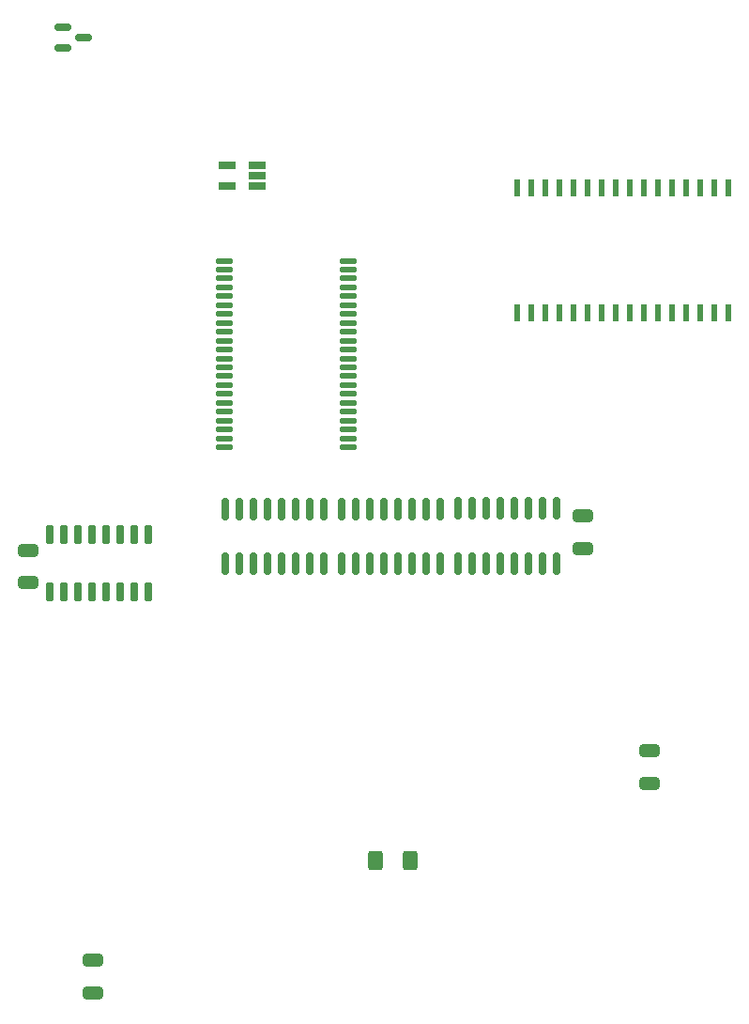
<source format=gbr>
%TF.GenerationSoftware,KiCad,Pcbnew,7.0.7-7.0.7~ubuntu20.04.1*%
%TF.CreationDate,2023-09-08T15:59:57+02:00*%
%TF.ProjectId,RAMROM_512k_board,52414d52-4f4d-45f3-9531-326b5f626f61,rev?*%
%TF.SameCoordinates,Original*%
%TF.FileFunction,Paste,Bot*%
%TF.FilePolarity,Positive*%
%FSLAX46Y46*%
G04 Gerber Fmt 4.6, Leading zero omitted, Abs format (unit mm)*
G04 Created by KiCad (PCBNEW 7.0.7-7.0.7~ubuntu20.04.1) date 2023-09-08 15:59:57*
%MOMM*%
%LPD*%
G01*
G04 APERTURE LIST*
G04 Aperture macros list*
%AMRoundRect*
0 Rectangle with rounded corners*
0 $1 Rounding radius*
0 $2 $3 $4 $5 $6 $7 $8 $9 X,Y pos of 4 corners*
0 Add a 4 corners polygon primitive as box body*
4,1,4,$2,$3,$4,$5,$6,$7,$8,$9,$2,$3,0*
0 Add four circle primitives for the rounded corners*
1,1,$1+$1,$2,$3*
1,1,$1+$1,$4,$5*
1,1,$1+$1,$6,$7*
1,1,$1+$1,$8,$9*
0 Add four rect primitives between the rounded corners*
20,1,$1+$1,$2,$3,$4,$5,0*
20,1,$1+$1,$4,$5,$6,$7,0*
20,1,$1+$1,$6,$7,$8,$9,0*
20,1,$1+$1,$8,$9,$2,$3,0*%
G04 Aperture macros list end*
%ADD10RoundRect,0.250000X-0.650000X0.325000X-0.650000X-0.325000X0.650000X-0.325000X0.650000X0.325000X0*%
%ADD11R,0.600000X1.600000*%
%ADD12RoundRect,0.250000X0.650000X-0.325000X0.650000X0.325000X-0.650000X0.325000X-0.650000X-0.325000X0*%
%ADD13RoundRect,0.137500X0.625000X0.137500X-0.625000X0.137500X-0.625000X-0.137500X0.625000X-0.137500X0*%
%ADD14RoundRect,0.150000X-0.150000X0.725000X-0.150000X-0.725000X0.150000X-0.725000X0.150000X0.725000X0*%
%ADD15R,1.560000X0.650000*%
%ADD16RoundRect,0.150000X-0.150000X0.825000X-0.150000X-0.825000X0.150000X-0.825000X0.150000X0.825000X0*%
%ADD17RoundRect,0.150000X-0.587500X-0.150000X0.587500X-0.150000X0.587500X0.150000X-0.587500X0.150000X0*%
%ADD18RoundRect,0.250000X0.400000X0.625000X-0.400000X0.625000X-0.400000X-0.625000X0.400000X-0.625000X0*%
G04 APERTURE END LIST*
D10*
%TO.C,C2*%
X135864600Y-136499600D03*
X135864600Y-139449600D03*
%TD*%
D11*
%TO.C,U5*%
X193163841Y-78093671D03*
X191893841Y-78093671D03*
X190623841Y-78093671D03*
X189353841Y-78093671D03*
X188083841Y-78093671D03*
X186813841Y-78093671D03*
X185543841Y-78093671D03*
X184263841Y-78093671D03*
X183013841Y-78093671D03*
X181733841Y-78093671D03*
X180463841Y-78093671D03*
X179193841Y-78093671D03*
X177923841Y-78093671D03*
X176653841Y-78093671D03*
X175383841Y-78093671D03*
X174113841Y-78093671D03*
X174113841Y-66893671D03*
X175383841Y-66893671D03*
X176653841Y-66893671D03*
X177923841Y-66893671D03*
X179193841Y-66893671D03*
X180463841Y-66893671D03*
X181733841Y-66893671D03*
X183013841Y-66893671D03*
X184263841Y-66893671D03*
X185543841Y-66893671D03*
X186813841Y-66893671D03*
X188083841Y-66893671D03*
X189353841Y-66893671D03*
X190623841Y-66893671D03*
X191893841Y-66893671D03*
X193163841Y-66893671D03*
%TD*%
D10*
%TO.C,C6*%
X186080400Y-117600200D03*
X186080400Y-120550200D03*
%TD*%
D12*
%TO.C,C9*%
X180099075Y-99380876D03*
X180099075Y-96430876D03*
%TD*%
D13*
%TO.C,U4*%
X158901900Y-73438800D03*
X158901900Y-74238800D03*
X158901900Y-75038800D03*
X158901900Y-75838800D03*
X158901900Y-76638800D03*
X158901900Y-77438800D03*
X158901900Y-78238800D03*
X158901900Y-79038800D03*
X158901900Y-79838800D03*
X158901900Y-80638800D03*
X158901900Y-81438800D03*
X158901900Y-82238800D03*
X158901900Y-83038800D03*
X158901900Y-83838800D03*
X158901900Y-84638800D03*
X158901900Y-85438800D03*
X158901900Y-86238800D03*
X158901900Y-87038800D03*
X158901900Y-87838800D03*
X158901900Y-88638800D03*
X158901900Y-89438800D03*
X158901900Y-90238800D03*
X147726900Y-90238800D03*
X147726900Y-89438800D03*
X147726900Y-88638800D03*
X147726900Y-87838800D03*
X147726900Y-87038800D03*
X147726900Y-86238800D03*
X147726900Y-85438800D03*
X147726900Y-84638800D03*
X147726900Y-83838800D03*
X147726900Y-83038800D03*
X147726900Y-82238800D03*
X147726900Y-81438800D03*
X147726900Y-80638800D03*
X147726900Y-79838800D03*
X147726900Y-79038800D03*
X147726900Y-78238800D03*
X147726900Y-77438800D03*
X147726900Y-76638800D03*
X147726900Y-75838800D03*
X147726900Y-75038800D03*
X147726900Y-74238800D03*
X147726900Y-73438800D03*
%TD*%
D14*
%TO.C,U10*%
X131968200Y-98126400D03*
X133238200Y-98126400D03*
X134508200Y-98126400D03*
X135778200Y-98126400D03*
X137048200Y-98126400D03*
X138318200Y-98126400D03*
X139588200Y-98126400D03*
X140858200Y-98126400D03*
X140858200Y-103276400D03*
X139588200Y-103276400D03*
X138318200Y-103276400D03*
X137048200Y-103276400D03*
X135778200Y-103276400D03*
X134508200Y-103276400D03*
X133238200Y-103276400D03*
X131968200Y-103276400D03*
%TD*%
D15*
%TO.C,U3*%
X150647400Y-64800400D03*
X150647400Y-65750400D03*
X150647400Y-66700400D03*
X147947400Y-66700400D03*
X147947400Y-64800400D03*
%TD*%
D12*
%TO.C,C11*%
X129997200Y-102467200D03*
X129997200Y-99517200D03*
%TD*%
D16*
%TO.C,U18*%
X147777200Y-95793351D03*
X149047200Y-95793351D03*
X150317200Y-95793351D03*
X151587200Y-95793351D03*
X152857200Y-95793351D03*
X154127200Y-95793351D03*
X155397200Y-95793351D03*
X156667200Y-95793351D03*
X156667200Y-100743351D03*
X155397200Y-100743351D03*
X154127200Y-100743351D03*
X152857200Y-100743351D03*
X151587200Y-100743351D03*
X150317200Y-100743351D03*
X149047200Y-100743351D03*
X147777200Y-100743351D03*
%TD*%
D17*
%TO.C,Q1*%
X133126000Y-54290000D03*
X133126000Y-52390000D03*
X135001000Y-53340000D03*
%TD*%
D16*
%TO.C,U19*%
X158292800Y-95793351D03*
X159562800Y-95793351D03*
X160832800Y-95793351D03*
X162102800Y-95793351D03*
X163372800Y-95793351D03*
X164642800Y-95793351D03*
X165912800Y-95793351D03*
X167182800Y-95793351D03*
X167182800Y-100743351D03*
X165912800Y-100743351D03*
X164642800Y-100743351D03*
X163372800Y-100743351D03*
X162102800Y-100743351D03*
X160832800Y-100743351D03*
X159562800Y-100743351D03*
X158292800Y-100743351D03*
%TD*%
%TO.C,U20*%
X168833800Y-95782151D03*
X170103800Y-95782151D03*
X171373800Y-95782151D03*
X172643800Y-95782151D03*
X173913800Y-95782151D03*
X175183800Y-95782151D03*
X176453800Y-95782151D03*
X177723800Y-95782151D03*
X177723800Y-100732151D03*
X176453800Y-100732151D03*
X175183800Y-100732151D03*
X173913800Y-100732151D03*
X172643800Y-100732151D03*
X171373800Y-100732151D03*
X170103800Y-100732151D03*
X168833800Y-100732151D03*
%TD*%
D18*
%TO.C,R1*%
X164465600Y-127508000D03*
X161365600Y-127508000D03*
%TD*%
M02*

</source>
